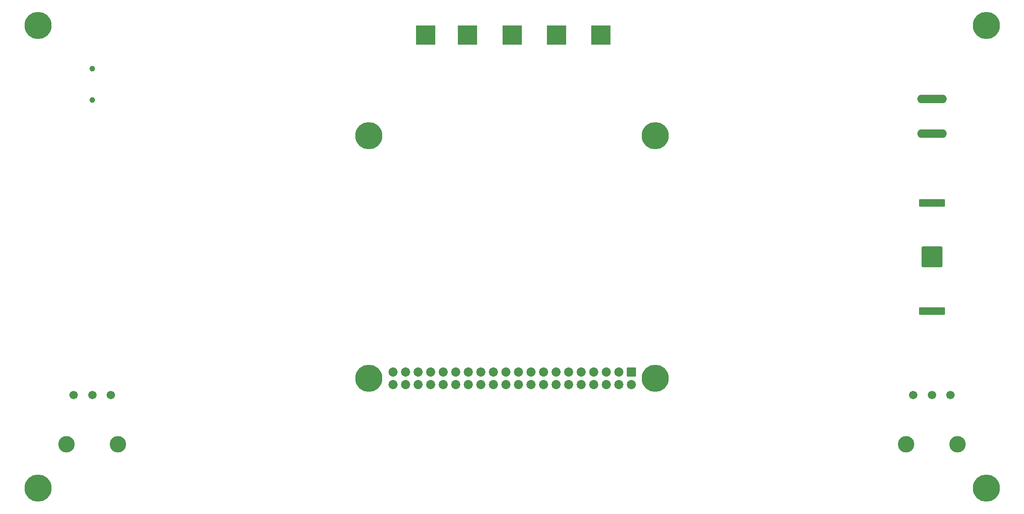
<source format=gbr>
%TF.GenerationSoftware,KiCad,Pcbnew,9.0.6*%
%TF.CreationDate,2025-12-12T05:38:23-05:00*%
%TF.ProjectId,etch_a_sketch,65746368-5f61-45f7-936b-657463682e6b,rev?*%
%TF.SameCoordinates,Original*%
%TF.FileFunction,Soldermask,Bot*%
%TF.FilePolarity,Negative*%
%FSLAX46Y46*%
G04 Gerber Fmt 4.6, Leading zero omitted, Abs format (unit mm)*
G04 Created by KiCad (PCBNEW 9.0.6) date 2025-12-12 05:38:23*
%MOMM*%
%LPD*%
G01*
G04 APERTURE LIST*
G04 Aperture macros list*
%AMRoundRect*
0 Rectangle with rounded corners*
0 $1 Rounding radius*
0 $2 $3 $4 $5 $6 $7 $8 $9 X,Y pos of 4 corners*
0 Add a 4 corners polygon primitive as box body*
4,1,4,$2,$3,$4,$5,$6,$7,$8,$9,$2,$3,0*
0 Add four circle primitives for the rounded corners*
1,1,$1+$1,$2,$3*
1,1,$1+$1,$4,$5*
1,1,$1+$1,$6,$7*
1,1,$1+$1,$8,$9*
0 Add four rect primitives between the rounded corners*
20,1,$1+$1,$2,$3,$4,$5,0*
20,1,$1+$1,$4,$5,$6,$7,0*
20,1,$1+$1,$6,$7,$8,$9,0*
20,1,$1+$1,$8,$9,$2,$3,0*%
G04 Aperture macros list end*
%ADD10C,0.561000*%
%ADD11C,5.500000*%
%ADD12C,3.600000*%
%ADD13C,1.701800*%
%ADD14C,3.327400*%
%ADD15C,1.020000*%
%ADD16R,4.000000X4.000000*%
%ADD17O,6.000000X1.750000*%
%ADD18RoundRect,0.102000X0.825000X0.825000X-0.825000X0.825000X-0.825000X-0.825000X0.825000X-0.825000X0*%
%ADD19C,1.854000*%
%ADD20RoundRect,0.102000X-1.980000X1.980000X-1.980000X-1.980000X1.980000X-1.980000X1.980000X1.980000X0*%
%ADD21RoundRect,0.102000X-2.540000X0.635000X-2.540000X-0.635000X2.540000X-0.635000X2.540000X0.635000X0*%
G04 APERTURE END LIST*
%TO.C,J101*%
D10*
X65280500Y-68175000D02*
G75*
G02*
X64719500Y-68175000I-280500J0D01*
G01*
X64719500Y-68175000D02*
G75*
G02*
X65280500Y-68175000I280500J0D01*
G01*
X65280500Y-61825000D02*
G75*
G02*
X64719500Y-61825000I-280500J0D01*
G01*
X64719500Y-61825000D02*
G75*
G02*
X65280500Y-61825000I280500J0D01*
G01*
%TD*%
D11*
%TO.C,H108*%
X246000000Y-146900000D03*
D12*
X246000000Y-146900000D03*
%TD*%
D11*
%TO.C,H106*%
X246000000Y-53100000D03*
D12*
X246000000Y-53100000D03*
%TD*%
D11*
%TO.C,H105*%
X54000000Y-53100000D03*
D12*
X54000000Y-53100000D03*
%TD*%
D11*
%TO.C,H107*%
X54000000Y-146900000D03*
D12*
X54000000Y-146900000D03*
%TD*%
D13*
%TO.C,R107*%
X61252400Y-128000000D03*
X65002400Y-128000000D03*
X68752400Y-128000000D03*
D14*
X59802400Y-138000000D03*
X70202400Y-138000000D03*
%TD*%
D13*
%TO.C,R106*%
X231252400Y-128000000D03*
X235002400Y-128000000D03*
X238752400Y-128000000D03*
D14*
X229802400Y-138000000D03*
X240202400Y-138000000D03*
%TD*%
D15*
%TO.C,J101*%
X65000000Y-68175000D03*
X65000000Y-61825000D03*
%TD*%
D11*
%TO.C,H104*%
X179005000Y-124585000D03*
D12*
X179005000Y-124585000D03*
%TD*%
D11*
%TO.C,H103*%
X120995000Y-124585000D03*
D12*
X120995000Y-124585000D03*
%TD*%
D11*
%TO.C,H102*%
X179005000Y-75385000D03*
D12*
X179005000Y-75385000D03*
%TD*%
D11*
%TO.C,H101*%
X120995000Y-75385000D03*
D12*
X120995000Y-75385000D03*
%TD*%
D16*
%TO.C,TP105*%
X141000000Y-55000000D03*
%TD*%
%TO.C,TP103*%
X159000000Y-55000000D03*
%TD*%
%TO.C,TP102*%
X168000000Y-55000000D03*
%TD*%
%TO.C,TP101*%
X132500000Y-55000000D03*
%TD*%
%TO.C,TP104*%
X150000000Y-55000000D03*
%TD*%
D17*
%TO.C,SW102*%
X235000000Y-75000000D03*
X235000000Y-68000000D03*
%TD*%
D18*
%TO.C,J102*%
X174130000Y-123315000D03*
D19*
X174130000Y-125855000D03*
X171590000Y-123315000D03*
X171590000Y-125855000D03*
X169050000Y-123315000D03*
X169050000Y-125855000D03*
X166510000Y-123315000D03*
X166510000Y-125855000D03*
X163970000Y-123315000D03*
X163970000Y-125855000D03*
X161430000Y-123315000D03*
X161430000Y-125855000D03*
X158890000Y-123315000D03*
X158890000Y-125855000D03*
X156350000Y-123315000D03*
X156350000Y-125855000D03*
X153810000Y-123315000D03*
X153810000Y-125855000D03*
X151270000Y-123315000D03*
X151270000Y-125855000D03*
X148730000Y-123315000D03*
X148730000Y-125855000D03*
X146190000Y-123315000D03*
X146190000Y-125855000D03*
X143650000Y-123315000D03*
X143650000Y-125855000D03*
X141110000Y-123315000D03*
X141110000Y-125855000D03*
X138570000Y-123315000D03*
X138570000Y-125855000D03*
X136030000Y-123315000D03*
X136030000Y-125855000D03*
X133490000Y-123315000D03*
X133490000Y-125855000D03*
X130950000Y-123315000D03*
X130950000Y-125855000D03*
X128410000Y-123315000D03*
X128410000Y-125855000D03*
X125870000Y-123315000D03*
X125870000Y-125855000D03*
%TD*%
D20*
%TO.C,BT101*%
X235000000Y-100000000D03*
D21*
X235000000Y-89015000D03*
X235000000Y-110985000D03*
%TD*%
M02*

</source>
